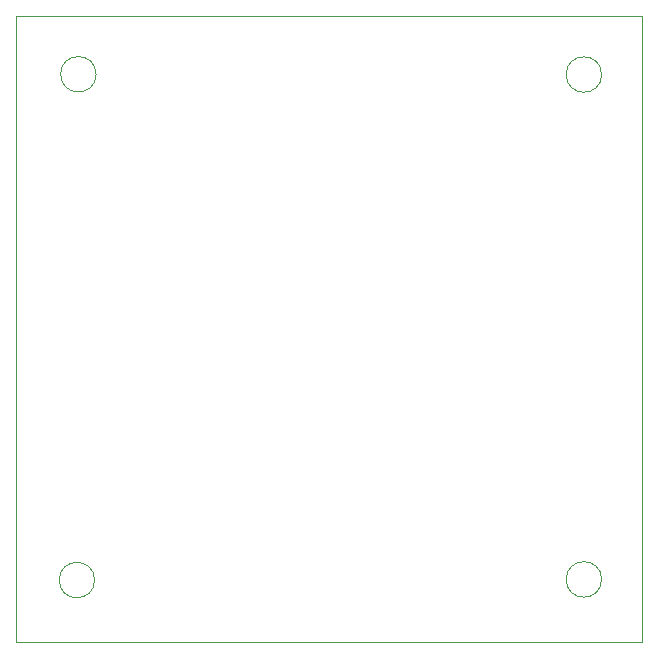
<source format=gm1>
G04 #@! TF.GenerationSoftware,KiCad,Pcbnew,8.0.7*
G04 #@! TF.CreationDate,2025-07-06T21:45:57+02:00*
G04 #@! TF.ProjectId,modbus-to-x,6d6f6462-7573-42d7-946f-2d782e6b6963,rev?*
G04 #@! TF.SameCoordinates,Original*
G04 #@! TF.FileFunction,Profile,NP*
%FSLAX46Y46*%
G04 Gerber Fmt 4.6, Leading zero omitted, Abs format (unit mm)*
G04 Created by KiCad (PCBNEW 8.0.7) date 2025-07-06 21:45:57*
%MOMM*%
%LPD*%
G01*
G04 APERTURE LIST*
G04 #@! TA.AperFunction,Profile*
%ADD10C,0.050000*%
G04 #@! TD*
G04 #@! TA.AperFunction,Profile*
%ADD11C,0.100000*%
G04 #@! TD*
G04 APERTURE END LIST*
D10*
X84175600Y-82780000D02*
G75*
G02*
X81175600Y-82780000I-1500000J0D01*
G01*
X81175600Y-82780000D02*
G75*
G02*
X84175600Y-82780000I1500000J0D01*
G01*
X126976000Y-125550800D02*
G75*
G02*
X123976000Y-125550800I-1500000J0D01*
G01*
X123976000Y-125550800D02*
G75*
G02*
X126976000Y-125550800I1500000J0D01*
G01*
X126976000Y-82804000D02*
G75*
G02*
X123976000Y-82804000I-1500000J0D01*
G01*
X123976000Y-82804000D02*
G75*
G02*
X126976000Y-82804000I1500000J0D01*
G01*
D11*
X77419200Y-77825600D02*
X130419200Y-77825600D01*
X130419200Y-130825600D01*
X77419200Y-130825600D01*
X77419200Y-77825600D01*
D10*
X84050000Y-125604400D02*
G75*
G02*
X81050000Y-125604400I-1500000J0D01*
G01*
X81050000Y-125604400D02*
G75*
G02*
X84050000Y-125604400I1500000J0D01*
G01*
M02*

</source>
